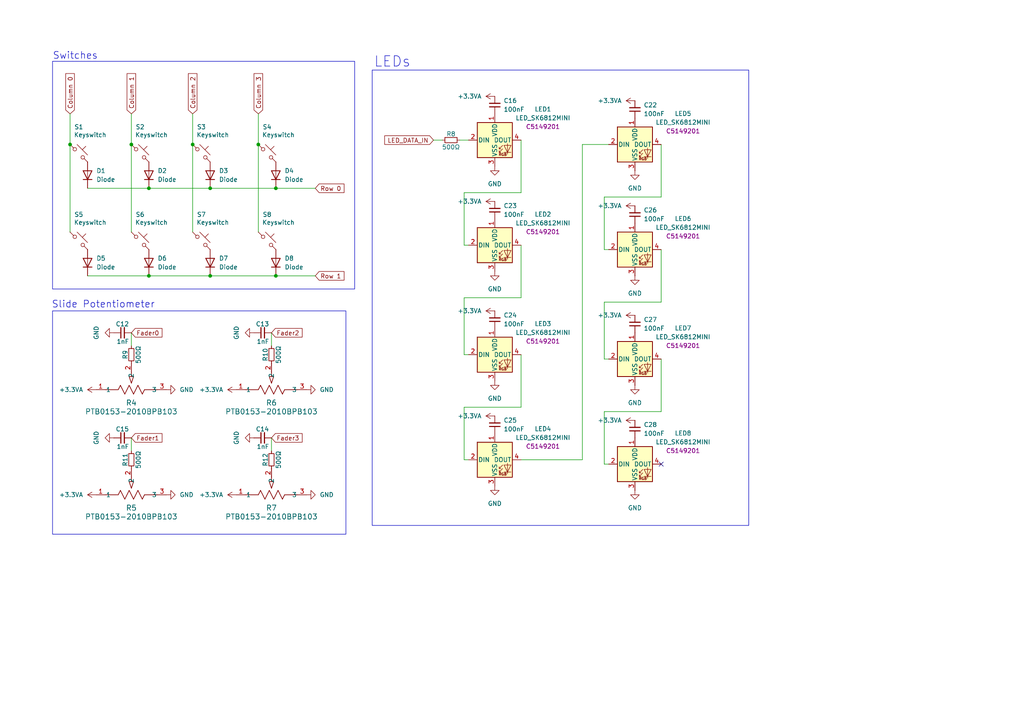
<source format=kicad_sch>
(kicad_sch (version 20250114) (generator "eeschema") (generator_version "9.0")
  (paper "A4")
  (lib_symbols
    (symbol "Device:C_Small" (pin_numbers (hide yes)) (pin_names (offset 0.254) (hide yes))
      (property "Reference" "C" (at 0.254 1.778 0))
      (property "Value" "C_Small" (at 0.254 -2.032 0))
      (symbol "C_Small_0_1"
        (polyline (pts (xy -1.524 0.508) (xy 1.524 0.508)) (stroke (width 0.3048)))
        (polyline (pts (xy -1.524 -0.508) (xy 1.524 -0.508)) (stroke (width 0.3302)))
      )
      (symbol "C_Small_1_1"
        (pin passive line (at 0 2.54 270) (length 2.032) (name "~") (number "1"))
        (pin passive line (at 0 -2.54 90) (length 2.032) (name "~") (number "2"))
      )
    )
    (symbol "Device:R_Small" (pin_numbers (hide yes)) (pin_names (offset 0.254) (hide yes))
      (property "Reference" "R" (at 0.762 0.508 0))
      (property "Value" "R_Small" (at 0.762 -1.016 0))
      (symbol "R_Small_0_1"
        (rectangle (start -0.762 1.778) (end 0.762 -1.778) (stroke (width 0.2032)))
      )
      (symbol "R_Small_1_1"
        (pin passive line (at 0 2.54 270) (length 0.762) (name "~") (number "1"))
        (pin passive line (at 0 -2.54 90) (length 0.762) (name "~") (number "2"))
      )
    )
    (symbol "Keyboard_stuff:LED_SK6812MINI" (pin_names (offset 0.254))
      (property "Reference" "D" (at 2.032 5.588 0))
      (property "Value" "LED_SK6812MINI" (at 1.27 -5.715 0))
      (property "LCSC" "C5149201" (at 0 0 0))
      (symbol "LED_SK6812MINI_0_0"
        (text "RGB" (at 2.286 -4.191 0) (effects (font (size 0.762 0.762))))
      )
      (symbol "LED_SK6812MINI_0_1"
        (rectangle (start -5.08 5.08) (end 5.08 -5.08) (stroke (width 0.254)) (fill (type background)))
        (polyline (pts (xy 1.27 -2.54) (xy 1.778 -2.54)))
        (polyline (pts (xy 1.27 -3.556) (xy 1.778 -3.556)))
        (polyline (pts (xy 2.286 -1.524) (xy 1.27 -2.54) (xy 1.27 -2.032)))
        (polyline (pts (xy 2.286 -2.54) (xy 1.27 -3.556) (xy 1.27 -3.048)))
        (polyline (pts (xy 3.683 -1.016) (xy 3.683 -3.556) (xy 3.683 -4.064)))
        (polyline (pts (xy 4.699 -1.524) (xy 2.667 -1.524) (xy 3.683 -3.556) (xy 4.699 -1.524)))
        (polyline (pts (xy 4.699 -3.556) (xy 2.667 -3.556)))
      )
      (symbol "LED_SK6812MINI_1_1"
        (pin input line (at -7.62 0 0) (length 2.54) (name "DIN") (number "2"))
        (pin power_in line (at 0 7.62 270) (length 2.54) (name "VDD") (number "1"))
        (pin power_in line (at 0 -7.62 90) (length 2.54) (name "VSS") (number "3"))
        (pin output line (at 7.62 0 180) (length 2.54) (name "DOUT") (number "4"))
      )
    )
    (symbol "ScottoKeebs:Placeholder_Diode" (pin_numbers (hide yes)) (pin_names (hide yes))
      (property "Reference" "D" (at 0 2.54 0))
      (property "Value" "Diode" (at 0 -2.54 0))
      (symbol "Placeholder_Diode_0_1"
        (polyline (pts (xy -1.27 1.27) (xy -1.27 -1.27)) (stroke (width 0.254)))
        (polyline (pts (xy 1.27 1.27) (xy 1.27 -1.27) (xy -1.27 0) (xy 1.27 1.27)) (stroke (width 0.254)))
        (polyline (pts (xy 1.27 0) (xy -1.27 0)))
      )
      (symbol "Placeholder_Diode_1_1"
        (pin passive line (at -3.81 0 0) (length 2.54) (name "K") (number "1"))
        (pin passive line (at 3.81 0 180) (length 2.54) (name "A") (number "2"))
      )
    )
    (symbol "ScottoKeebs:Placeholder_Keyswitch" (pin_numbers (hide yes)) (pin_names (offset 1.016) (hide yes))
      (property "Reference" "S" (at 3.048 1.016 0))
      (property "Value" "Keyswitch" (at 0 -3.81 0))
      (symbol "Placeholder_Keyswitch_0_1"
        (polyline (pts (xy -2.54 2.54) (xy -1.524 1.524) (xy -1.524 1.524)))
        (circle (center -1.1684 1.1684) (radius 0.508))
        (polyline (pts (xy -0.508 2.54) (xy 2.54 -0.508)))
        (polyline (pts (xy 1.016 1.016) (xy 2.032 2.032)))
        (circle (center 1.143 -1.1938) (radius 0.508))
        (polyline (pts (xy 1.524 -1.524) (xy 2.54 -2.54) (xy 2.54 -2.54) (xy 2.54 -2.54)))
        (pin passive line (at -2.54 2.54 0) (length 0) (name "1") (number "1"))
        (pin passive line (at 2.54 -2.54 180) (length 0) (name "2") (number "2"))
      )
    )
    (symbol "power:+3.3VA" (power) (pin_numbers (hide yes)) (pin_names (offset 0) (hide yes))
      (property "Value" "+3.3VA" (at 0 3.556 0))
      (symbol "+3.3VA_0_1"
        (polyline (pts (xy -0.762 1.27) (xy 0 2.54)))
        (polyline (pts (xy 0 2.54) (xy 0.762 1.27)))
        (polyline (pts (xy 0 0) (xy 0 2.54)))
      )
      (symbol "+3.3VA_1_1"
        (pin power_in line (at 0 0 90) (length 0) (name "~") (number "1"))
      )
    )
    (symbol "power:GND" (power) (pin_numbers (hide yes)) (pin_names (offset 0) (hide yes))
      (property "Value" "GND" (at 0 -3.81 0))
      (symbol "GND_0_1"
        (polyline (pts (xy 0 0) (xy 0 -1.27) (xy 1.27 -1.27) (xy 0 -2.54) (xy -1.27 -1.27) (xy 0 -1.27)))
      )
      (symbol "GND_1_1"
        (pin power_in line (at 0 0 270) (length 0) (name "~") (number "1"))
      )
    )
    (symbol "schieberegler-PTB0153-2010BPB103:PTB0153-2010BPB103" (pin_names (offset 0.254))
      (property "Reference" "R" (at 10.795 -3.175 0))
      (property "Value" "PTB0153-2010BPB103" (at 10.795 -6.35 0))
      (symbol "PTB0153-2010BPB103_1_1"
        (polyline (pts (xy 2.54 0) (xy 6.35 0)) (stroke (width 0.2032)))
        (polyline (pts (xy 6.35 0) (xy 6.985 1.27)) (stroke (width 0.2032)))
        (polyline (pts (xy 6.985 1.27) (xy 8.255 -1.27)) (stroke (width 0.2032)))
        (polyline (pts (xy 8.255 -1.27) (xy 9.525 1.27)) (stroke (width 0.2032)))
        (polyline (pts (xy 9.525 3.81) (xy 10.16 1.905)) (stroke (width 0.2032)))
        (polyline (pts (xy 9.525 3.81) (xy 10.795 3.81)) (stroke (width 0.2032)))
        (polyline (pts (xy 9.525 1.27) (xy 10.795 -1.27)) (stroke (width 0.2032)))
        (polyline (pts (xy 10.16 3.81) (xy 10.16 5.08)) (stroke (width 0.2032)))
        (polyline (pts (xy 10.795 3.81) (xy 10.16 1.905)) (stroke (width 0.2032)))
        (polyline (pts (xy 10.795 -1.27) (xy 12.065 1.27)) (stroke (width 0.2032)))
        (polyline (pts (xy 12.065 1.27) (xy 13.335 -1.27)) (stroke (width 0.2032)))
        (polyline (pts (xy 13.335 -1.27) (xy 13.97 0)) (stroke (width 0.2032)))
        (polyline (pts (xy 13.97 0) (xy 17.78 0)) (stroke (width 0.2032)))
        (pin unspecified line (at 0 0 0) (length 2.54) (name "1") (number "1"))
        (pin unspecified line (at 10.16 7.62 270) (length 2.54) (name "2") (number "2"))
        (pin unspecified line (at 20.32 0 180) (length 2.54) (name "3") (number "3"))
      )
      (symbol "PTB0153-2010BPB103_1_2"
        (polyline (pts (xy -3.81 -9.525) (xy -1.905 -10.16)) (stroke (width 0.2032)))
        (polyline (pts (xy -3.81 -10.16) (xy -5.08 -10.16)) (stroke (width 0.2032)))
        (polyline (pts (xy -3.81 -10.795) (xy -3.81 -9.525)) (stroke (width 0.2032)))
        (polyline (pts (xy -3.81 -10.795) (xy -1.905 -10.16)) (stroke (width 0.2032)))
        (polyline (pts (xy -1.27 -8.255) (xy 1.27 -6.985)) (stroke (width 0.2032)))
        (polyline (pts (xy -1.27 -10.795) (xy 1.27 -9.525)) (stroke (width 0.2032)))
        (polyline (pts (xy -1.27 -13.335) (xy 1.27 -12.065)) (stroke (width 0.2032)))
        (polyline (pts (xy 0 -6.35) (xy 0 -2.54)) (stroke (width 0.2032)))
        (polyline (pts (xy 0 -13.97) (xy -1.27 -13.335)) (stroke (width 0.2032)))
        (polyline (pts (xy 0 -17.78) (xy 0 -13.97)) (stroke (width 0.2032)))
        (polyline (pts (xy 1.27 -6.985) (xy 0 -6.35)) (stroke (width 0.2032)))
        (polyline (pts (xy 1.27 -9.525) (xy -1.27 -8.255)) (stroke (width 0.2032)))
        (polyline (pts (xy 1.27 -12.065) (xy -1.27 -10.795)) (stroke (width 0.2032)))
        (pin unspecified line (at -7.62 -10.16 0) (length 2.54) (name "2") (number "2"))
        (pin unspecified line (at 0 0 270) (length 2.54) (name "1") (number "1"))
        (pin unspecified line (at 0 -20.32 90) (length 2.54) (name "3") (number "3"))
      )
    )
  )
  (rectangle (start 107.95 20.32) (end 217.17 152.4))
  (rectangle (start 15.24 90.17) (end 100.33 154.94))
  (rectangle (start 15.24 17.78) (end 102.87 83.82))
  (text "Switches" (at 21.844 16.256 0) (effects (font (size 2 2))))
  (text "LEDs" (at 113.792 18.034 0) (effects (font (size 3 3))))
  (text "Slide Potentiometer" (at 29.972 88.392 0) (effects (font (size 2 2))))
  (junction (at 80.01 80.01))
  (junction (at 74.93 41.91))
  (junction (at 80.01 54.61))
  (junction (at 38.1 41.91))
  (junction (at 60.96 54.61))
  (junction (at 20.32 41.91))
  (junction (at 55.88 41.91))
  (junction (at 60.96 80.01))
  (junction (at 43.18 80.01))
  (junction (at 43.18 54.61))
  (no_connect (at 191.77 134.62))
  (wire (pts (xy 151.13 40.64) (xy 151.13 55.88)))
  (wire (pts (xy 78.74 96.52) (xy 78.74 100.33)))
  (wire (pts (xy 74.93 33.02) (xy 74.93 41.91)))
  (wire (pts (xy 191.77 119.38) (xy 175.26 119.38)))
  (wire (pts (xy 151.13 133.35) (xy 168.91 133.35)))
  (wire (pts (xy 151.13 71.12) (xy 151.13 86.36)))
  (wire (pts (xy 168.91 133.35) (xy 168.91 41.91)))
  (wire (pts (xy 25.4 54.61) (xy 43.18 54.61)))
  (wire (pts (xy 80.01 54.61) (xy 91.44 54.61)))
  (wire (pts (xy 134.62 71.12) (xy 135.89 71.12)))
  (wire (pts (xy 55.88 33.02) (xy 55.88 41.91)))
  (wire (pts (xy 134.62 102.87) (xy 135.89 102.87)))
  (wire (pts (xy 134.62 86.36) (xy 134.62 102.87)))
  (wire (pts (xy 175.26 57.15) (xy 175.26 72.39)))
  (wire (pts (xy 80.01 80.01) (xy 91.44 80.01)))
  (wire (pts (xy 175.26 72.39) (xy 176.53 72.39)))
  (wire (pts (xy 191.77 72.39) (xy 191.77 87.63)))
  (wire (pts (xy 38.1 41.91) (xy 38.1 67.31)))
  (wire (pts (xy 191.77 41.91) (xy 191.77 57.15)))
  (wire (pts (xy 151.13 102.87) (xy 151.13 118.11)))
  (wire (pts (xy 38.1 33.02) (xy 38.1 41.91)))
  (wire (pts (xy 134.62 133.35) (xy 135.89 133.35)))
  (wire (pts (xy 191.77 87.63) (xy 175.26 87.63)))
  (wire (pts (xy 78.74 127) (xy 78.74 130.81)))
  (wire (pts (xy 20.32 41.91) (xy 20.32 67.31)))
  (wire (pts (xy 55.88 41.91) (xy 55.88 67.31)))
  (wire (pts (xy 38.1 127) (xy 38.1 130.81)))
  (wire (pts (xy 175.26 104.14) (xy 176.53 104.14)))
  (wire (pts (xy 134.62 55.88) (xy 134.62 71.12)))
  (wire (pts (xy 151.13 86.36) (xy 134.62 86.36)))
  (wire (pts (xy 20.32 33.02) (xy 20.32 41.91)))
  (wire (pts (xy 60.96 54.61) (xy 80.01 54.61)))
  (wire (pts (xy 125.73 40.64) (xy 128.27 40.64)))
  (wire (pts (xy 38.1 96.52) (xy 38.1 100.33)))
  (wire (pts (xy 151.13 118.11) (xy 134.62 118.11)))
  (wire (pts (xy 134.62 118.11) (xy 134.62 133.35)))
  (wire (pts (xy 191.77 57.15) (xy 175.26 57.15)))
  (wire (pts (xy 133.35 40.64) (xy 135.89 40.64)))
  (wire (pts (xy 191.77 104.14) (xy 191.77 119.38)))
  (wire (pts (xy 168.91 41.91) (xy 176.53 41.91)))
  (wire (pts (xy 74.93 41.91) (xy 74.93 67.31)))
  (wire (pts (xy 175.26 87.63) (xy 175.26 104.14)))
  (wire (pts (xy 43.18 54.61) (xy 60.96 54.61)))
  (wire (pts (xy 43.18 80.01) (xy 60.96 80.01)))
  (wire (pts (xy 25.4 80.01) (xy 43.18 80.01)))
  (wire (pts (xy 60.96 80.01) (xy 80.01 80.01)))
  (wire (pts (xy 175.26 119.38) (xy 175.26 134.62)))
  (wire (pts (xy 151.13 55.88) (xy 134.62 55.88)))
  (wire (pts (xy 175.26 134.62) (xy 176.53 134.62)))
  (global_label "Fader2" (shape input) (at 78.74 96.52 0) (property "Intersheetrefs" "${INTERSHEET_REFS}" (effects (hide yes))))
  (global_label "Column 0" (shape input) (at 20.32 33.02 90) (property "Intersheetrefs" "${INTERSHEET_REFS}" (effects (hide yes))))
  (global_label "Fader1" (shape input) (at 38.1 127 0) (property "Intersheetrefs" "${INTERSHEET_REFS}" (effects (hide yes))))
  (global_label "Column 2" (shape input) (at 55.88 33.02 90) (property "Intersheetrefs" "${INTERSHEET_REFS}" (effects (hide yes))))
  (global_label "Row 1" (shape input) (at 91.44 80.01 0) (property "Intersheetrefs" "${INTERSHEET_REFS}" (effects (hide yes))))
  (global_label "Row 0" (shape input) (at 91.44 54.61 0) (property "Intersheetrefs" "${INTERSHEET_REFS}" (effects (hide yes))))
  (global_label "Column 1" (shape input) (at 38.1 33.02 90) (property "Intersheetrefs" "${INTERSHEET_REFS}" (effects (hide yes))))
  (global_label "Fader3" (shape input) (at 78.74 127 0) (property "Intersheetrefs" "${INTERSHEET_REFS}" (effects (hide yes))))
  (global_label "Column 3" (shape input) (at 74.93 33.02 90) (property "Intersheetrefs" "${INTERSHEET_REFS}" (effects (hide yes))))
  (global_label "LED_DATA_IN" (shape input) (at 125.73 40.64 180) (property "Intersheetrefs" "${INTERSHEET_REFS}" (effects (hide yes))))
  (global_label "Fader0" (shape input) (at 38.1 96.52 0) (property "Intersheetrefs" "${INTERSHEET_REFS}" (effects (hide yes))))
  (symbol (lib_id "power:GND") (at 143.51 110.49 0) (unit 1)
    (property "Reference" "#PWR061" (effects (hide yes)))
    (property "Value" "GND" (at 143.51 115.57 0))
    (property "Description" "Power symbol creates a global label with name \"GND\" , ground" (effects (hide yes)))
  )
  (symbol (lib_id "Device:C_Small") (at 184.15 62.23 180) (unit 1)
    (property "Reference" "C26" (at 186.69 60.9535 0) (effects (justify right)))
    (property "Value" "100nF" (at 186.69 63.4935 0) (effects (justify right)))
    (property "Footprint" "Capacitor_SMD:C_0402_1005Metric_Pad0.74x0.62mm_HandSolder" (effects (hide yes)))
    (property "Description" "Unpolarized capacitor, small symbol" (effects (hide yes)))
    (property "LCSC" "C307331" (effects (hide yes)))
    (property "MPN" "CL05B104KB54PNC" (effects (hide yes)))
  )
  (symbol (lib_id "Device:C_Small") (at 184.15 93.98 180) (unit 1)
    (property "Reference" "C27" (at 186.69 92.7035 0) (effects (justify right)))
    (property "Value" "100nF" (at 186.69 95.2435 0) (effects (justify right)))
    (property "Footprint" "Capacitor_SMD:C_0402_1005Metric_Pad0.74x0.62mm_HandSolder" (effects (hide yes)))
    (property "Description" "Unpolarized capacitor, small symbol" (effects (hide yes)))
    (property "LCSC" "C307331" (effects (hide yes)))
    (property "MPN" "CL05B104KB54PNC" (effects (hide yes)))
  )
  (symbol (lib_id "ScottoKeebs:Placeholder_Diode") (at 25.4 76.2 90) (unit 1)
    (property "Reference" "D5" (at 27.94 74.9299 90) (effects (justify right)))
    (property "Value" "Diode" (at 27.94 77.4699 90) (effects (justify right)))
    (property "Footprint" "diode-default-kiloan-keyboards:SOD-123_ONS" (effects (hide yes)))
    (property "Datasheet" "https://www.lcsc.com/datasheet/lcsc_datasheet_2410010301_onsemi-MMSD4148T1G_C11177.pdf" (effects (hide yes)))
    (property "Description" "1N4148W (SOD-123_ONS)" (effects (hide yes)))
    (property "LCSC" "C11177" (effects (hide yes)))
    (property "Sim.Device" "D" (effects (hide yes)))
    (property "Sim.Pins" "1=K 2=A" (effects (hide yes)))
  )
  (symbol (lib_id "power:GND") (at 88.9 113.03 90) (unit 1)
    (property "Reference" "#PWR039" (effects (hide yes)))
    (property "Value" "GND" (at 92.71 113.0299 90) (effects (justify right)))
    (property "Description" "Power symbol creates a global label with name \"GND\" , ground" (effects (hide yes)))
  )
  (symbol (lib_id "power:GND") (at 143.51 140.97 0) (unit 1)
    (property "Reference" "#PWR063" (effects (hide yes)))
    (property "Value" "GND" (at 143.51 146.05 0))
    (property "Description" "Power symbol creates a global label with name \"GND\" , ground" (effects (hide yes)))
  )
  (symbol (lib_id "power:+3.3VA") (at 184.15 121.92 90) (unit 1)
    (property "Reference" "#PWR049" (effects (hide yes)))
    (property "Value" "+3.3VA" (at 180.34 121.9199 90) (effects (justify left)))
    (property "Description" "Power symbol creates a global label with name \"+3.3VA\"" (effects (hide yes)))
  )
  (symbol (lib_id "Keyboard_stuff:LED_SK6812MINI") (at 184.15 134.62 0) (unit 1)
    (property "Reference" "LED8" (at 198.12 125.6598 0))
    (property "Value" "LED_SK6812MINI" (at 198.12 128.1998 0))
    (property "Footprint" "ScottoKeebs_Components:LED_SK6812MINI" (effects (hide yes)))
    (property "Datasheet" "https://www.lcsc.com/datasheet/C5149201.pdf" (effects (hide yes)))
    (property "Description" "RGB LED with integrated controller" (effects (hide yes)))
    (property "LCSC" "C5149201" (at 198.12 130.7398 0))
  )
  (symbol (lib_id "Device:R_Small") (at 130.81 40.64 270) (unit 1)
    (property "Reference" "R8" (at 130.81 38.862 90))
    (property "Value" "500Ω" (at 130.81 42.672 90))
    (property "Footprint" "Resistor_SMD:R_0805_2012Metric_Pad1.20x1.40mm_HandSolder" (effects (hide yes)))
    (property "Datasheet" "https://www.lcsc.com/datasheet/C2828857.pdf" (effects (hide yes)))
    (property "Description" "125mW 500Ω 150V ±25ppm/℃ Thin Film Resistor ±1% 0805 Chip Resistor - Surface Mount RoHS" (effects (hide yes)))
    (property "LCSC" "C2828857" (effects (hide yes)))
  )
  (symbol (lib_id "power:GND") (at 143.51 78.74 0) (unit 1)
    (property "Reference" "#PWR059" (effects (hide yes)))
    (property "Value" "GND" (at 143.51 83.82 0))
    (property "Description" "Power symbol creates a global label with name \"GND\" , ground" (effects (hide yes)))
  )
  (symbol (lib_id "ScottoKeebs:Placeholder_Diode") (at 80.01 76.2 90) (unit 1)
    (property "Reference" "D8" (at 82.55 74.9299 90) (effects (justify right)))
    (property "Value" "Diode" (at 82.55 77.4699 90) (effects (justify right)))
    (property "Footprint" "diode-default-kiloan-keyboards:SOD-123_ONS" (effects (hide yes)))
    (property "Datasheet" "https://www.lcsc.com/datasheet/lcsc_datasheet_2410010301_onsemi-MMSD4148T1G_C11177.pdf" (effects (hide yes)))
    (property "Description" "1N4148W (SOD-123_ONS)" (effects (hide yes)))
    (property "LCSC" "C11177" (effects (hide yes)))
    (property "Sim.Device" "D" (effects (hide yes)))
    (property "Sim.Pins" "1=K 2=A" (effects (hide yes)))
  )
  (symbol (lib_id "ScottoKeebs:Placeholder_Diode") (at 25.4 50.8 90) (unit 1)
    (property "Reference" "D1" (at 27.94 49.5299 90) (effects (justify right)))
    (property "Value" "Diode" (at 27.94 52.0699 90) (effects (justify right)))
    (property "Footprint" "diode-default-kiloan-keyboards:SOD-123_ONS" (effects (hide yes)))
    (property "Datasheet" "https://www.lcsc.com/datasheet/lcsc_datasheet_2410010301_onsemi-MMSD4148T1G_C11177.pdf" (effects (hide yes)))
    (property "Description" "1N4148W (SOD-123_ONS)" (effects (hide yes)))
    (property "LCSC" "C11177" (effects (hide yes)))
    (property "Sim.Device" "D" (effects (hide yes)))
    (property "Sim.Pins" "1=K 2=A" (effects (hide yes)))
  )
  (symbol (lib_id "power:GND") (at 33.02 127 270) (unit 1)
    (property "Reference" "#PWR045" (effects (hide yes)))
    (property "Value" "GND" (at 27.94 127 0))
    (property "Description" "Power symbol creates a global label with name \"GND\" , ground" (effects (hide yes)))
  )
  (symbol (lib_id "ScottoKeebs:Placeholder_Diode") (at 43.18 50.8 90) (unit 1)
    (property "Reference" "D2" (at 45.72 49.5299 90) (effects (justify right)))
    (property "Value" "Diode" (at 45.72 52.0699 90) (effects (justify right)))
    (property "Footprint" "diode-default-kiloan-keyboards:SOD-123_ONS" (effects (hide yes)))
    (property "Datasheet" "https://www.lcsc.com/datasheet/lcsc_datasheet_2410010301_onsemi-MMSD4148T1G_C11177.pdf" (effects (hide yes)))
    (property "Description" "1N4148W (SOD-123_ONS)" (effects (hide yes)))
    (property "LCSC" "C11177" (effects (hide yes)))
    (property "Sim.Device" "D" (effects (hide yes)))
    (property "Sim.Pins" "1=K 2=A" (effects (hide yes)))
  )
  (symbol (lib_id "Device:C_Small") (at 76.2 127 90) (unit 1)
    (property "Reference" "C14" (at 74.168 124.46 90) (effects (justify right)))
    (property "Value" "1nF" (at 74.422 129.54 90) (effects (justify right)))
    (property "Footprint" "Capacitor_SMD:C_0805_2012Metric_Pad1.18x1.45mm_HandSolder" (effects (hide yes)))
    (property "Description" "Unpolarized capacitor, small symbol" (effects (hide yes)))
    (property "LCSC" "C94121" (effects (hide yes)))
  )
  (symbol (lib_id "ScottoKeebs:Placeholder_Keyswitch") (at 22.86 44.45 0) (unit 1)
    (property "Reference" "S1" (at 22.86 36.83 0))
    (property "Value" "Keyswitch" (at 26.162 39.116 0))
    (property "Footprint" "ScottoKeebs_MX:MX_PCB_1.00u" (effects (hide yes)))
    (property "Description" "Push button switch, normally open, two pins, 45° tilted" (effects (hide yes)))
  )
  (symbol (lib_id "ScottoKeebs:Placeholder_Diode") (at 43.18 76.2 90) (unit 1)
    (property "Reference" "D6" (at 45.72 74.9299 90) (effects (justify right)))
    (property "Value" "Diode" (at 45.72 77.4699 90) (effects (justify right)))
    (property "Footprint" "diode-default-kiloan-keyboards:SOD-123_ONS" (effects (hide yes)))
    (property "Datasheet" "https://www.lcsc.com/datasheet/lcsc_datasheet_2410010301_onsemi-MMSD4148T1G_C11177.pdf" (effects (hide yes)))
    (property "Description" "1N4148W (SOD-123_ONS)" (effects (hide yes)))
    (property "LCSC" "C11177" (effects (hide yes)))
    (property "Sim.Device" "D" (effects (hide yes)))
    (property "Sim.Pins" "1=K 2=A" (effects (hide yes)))
  )
  (symbol (lib_id "power:+3.3VA") (at 143.51 58.42 90) (unit 1)
    (property "Reference" "#PWR056" (effects (hide yes)))
    (property "Value" "+3.3VA" (at 139.7 58.4199 90) (effects (justify left)))
    (property "Description" "Power symbol creates a global label with name \"+3.3VA\"" (effects (hide yes)))
  )
  (symbol (lib_id "power:+3.3VA") (at 27.94 143.51 90) (unit 1)
    (property "Reference" "#PWR040" (effects (hide yes)))
    (property "Value" "+3.3VA" (at 24.13 143.5099 90) (effects (justify left)))
    (property "Description" "Power symbol creates a global label with name \"+3.3VA\"" (effects (hide yes)))
  )
  (symbol (lib_id "ScottoKeebs:Placeholder_Diode") (at 80.01 50.8 90) (unit 1)
    (property "Reference" "D4" (at 82.55 49.5299 90) (effects (justify right)))
    (property "Value" "Diode" (at 82.55 52.0699 90) (effects (justify right)))
    (property "Footprint" "diode-default-kiloan-keyboards:SOD-123_ONS" (effects (hide yes)))
    (property "Datasheet" "https://www.lcsc.com/datasheet/lcsc_datasheet_2410010301_onsemi-MMSD4148T1G_C11177.pdf" (effects (hide yes)))
    (property "Description" "1N4148W (SOD-123_ONS)" (effects (hide yes)))
    (property "LCSC" "C11177" (effects (hide yes)))
    (property "Sim.Device" "D" (effects (hide yes)))
    (property "Sim.Pins" "1=K 2=A" (effects (hide yes)))
  )
  (symbol (lib_id "Device:R_Small") (at 78.74 133.35 0) (unit 1)
    (property "Reference" "R12" (at 76.962 133.35 90))
    (property "Value" "500Ω" (at 80.772 133.35 90))
    (property "Footprint" "Resistor_SMD:R_0805_2012Metric_Pad1.20x1.40mm_HandSolder" (effects (hide yes)))
    (property "Datasheet" "https://www.lcsc.com/datasheet/C2828857.pdf" (effects (hide yes)))
    (property "Description" "125mW 500Ω 150V ±25ppm/℃ Thin Film Resistor ±1% 0805 Chip Resistor - Surface Mount RoHS" (effects (hide yes)))
    (property "LCSC" "C2828857" (effects (hide yes)))
  )
  (symbol (lib_id "Keyboard_stuff:LED_SK6812MINI") (at 184.15 41.91 0) (unit 1)
    (property "Reference" "LED5" (at 198.12 32.9498 0))
    (property "Value" "LED_SK6812MINI" (at 198.12 35.4898 0))
    (property "Footprint" "ScottoKeebs_Components:LED_SK6812MINI" (effects (hide yes)))
    (property "Datasheet" "https://www.lcsc.com/datasheet/C5149201.pdf" (effects (hide yes)))
    (property "Description" "RGB LED with integrated controller" (effects (hide yes)))
    (property "LCSC" "C5149201" (at 198.12 38.0298 0))
  )
  (symbol (lib_id "Keyboard_stuff:LED_SK6812MINI") (at 143.51 40.64 0) (unit 1)
    (property "Reference" "LED1" (at 157.48 31.6798 0))
    (property "Value" "LED_SK6812MINI" (at 157.48 34.2198 0))
    (property "Footprint" "ScottoKeebs_Components:LED_SK6812MINI" (effects (hide yes)))
    (property "Datasheet" "https://www.lcsc.com/datasheet/C5149201.pdf" (effects (hide yes)))
    (property "Description" "RGB LED with integrated controller" (effects (hide yes)))
    (property "LCSC" "C5149201" (at 157.48 36.7598 0))
  )
  (symbol (lib_id "power:GND") (at 33.02 96.52 270) (unit 1)
    (property "Reference" "#PWR042" (effects (hide yes)))
    (property "Value" "GND" (at 27.94 96.52 0))
    (property "Description" "Power symbol creates a global label with name \"GND\" , ground" (effects (hide yes)))
  )
  (symbol (lib_id "power:+3.3VA") (at 184.15 59.69 90) (unit 1)
    (property "Reference" "#PWR058" (effects (hide yes)))
    (property "Value" "+3.3VA" (at 180.34 59.6899 90) (effects (justify left)))
    (property "Description" "Power symbol creates a global label with name \"+3.3VA\"" (effects (hide yes)))
  )
  (symbol (lib_id "schieberegler-PTB0153-2010BPB103:PTB0153-2010BPB103") (at 27.94 113.03 0) (unit 1)
    (property "Reference" "R4" (at 38.1 116.84 0) (effects (font (size 1.524 1.524))))
    (property "Value" "PTB0153-2010BPB103" (at 38.1 119.38 0) (effects (font (size 1.524 1.524))))
    (property "Footprint" "schieberegler-PTB0153-2010BPB103:schieberegler-PTB0153-2010BPB103" (effects (hide yes)))
    (property "Datasheet" "https://www.bourns.com/docs/Product-Datasheets/PTB.pdf" (effects (hide yes)))
    (property "Description" "SLIDE POT 10K OHM 0.5W TOP 100MM" (effects (hide yes)))
    (property "LCSC" "C17427549" (effects (hide yes)))
  )
  (symbol (lib_id "ScottoKeebs:Placeholder_Diode") (at 60.96 76.2 90) (unit 1)
    (property "Reference" "D7" (at 63.5 74.9299 90) (effects (justify right)))
    (property "Value" "Diode" (at 63.5 77.4699 90) (effects (justify right)))
    (property "Footprint" "diode-default-kiloan-keyboards:SOD-123_ONS" (effects (hide yes)))
    (property "Datasheet" "https://www.lcsc.com/datasheet/lcsc_datasheet_2410010301_onsemi-MMSD4148T1G_C11177.pdf" (effects (hide yes)))
    (property "Description" "1N4148W (SOD-123_ONS)" (effects (hide yes)))
    (property "LCSC" "C11177" (effects (hide yes)))
    (property "Sim.Device" "D" (effects (hide yes)))
    (property "Sim.Pins" "1=K 2=A" (effects (hide yes)))
  )
  (symbol (lib_id "ScottoKeebs:Placeholder_Keyswitch") (at 77.47 44.45 0) (unit 1)
    (property "Reference" "S4" (at 77.47 36.83 0))
    (property "Value" "Keyswitch" (at 80.772 39.116 0))
    (property "Footprint" "ScottoKeebs_MX:MX_PCB_1.00u" (effects (hide yes)))
    (property "Description" "Push button switch, normally open, two pins, 45° tilted" (effects (hide yes)))
  )
  (symbol (lib_id "Keyboard_stuff:LED_SK6812MINI") (at 143.51 102.87 0) (unit 1)
    (property "Reference" "LED3" (at 157.48 93.9098 0))
    (property "Value" "LED_SK6812MINI" (at 157.48 96.4498 0))
    (property "Footprint" "ScottoKeebs_Components:LED_SK6812MINI" (effects (hide yes)))
    (property "Datasheet" "https://www.lcsc.com/datasheet/C5149201.pdf" (effects (hide yes)))
    (property "Description" "RGB LED with integrated controller" (effects (hide yes)))
    (property "LCSC" "C5149201" (at 157.48 98.9898 0))
  )
  (symbol (lib_id "ScottoKeebs:Placeholder_Keyswitch") (at 22.86 69.85 0) (unit 1)
    (property "Reference" "S5" (at 22.86 62.23 0))
    (property "Value" "Keyswitch" (at 26.162 64.516 0))
    (property "Footprint" "ScottoKeebs_MX:MX_PCB_1.00u" (effects (hide yes)))
    (property "Description" "Push button switch, normally open, two pins, 45° tilted" (effects (hide yes)))
  )
  (symbol (lib_id "Device:C_Small") (at 143.51 30.48 180) (unit 1)
    (property "Reference" "C16" (at 146.05 29.2035 0) (effects (justify right)))
    (property "Value" "100nF" (at 146.05 31.7435 0) (effects (justify right)))
    (property "Footprint" "Capacitor_SMD:C_0402_1005Metric_Pad0.74x0.62mm_HandSolder" (effects (hide yes)))
    (property "Description" "Unpolarized capacitor, small symbol" (effects (hide yes)))
    (property "LCSC" "C307331" (effects (hide yes)))
    (property "MPN" "CL05B104KB54PNC" (effects (hide yes)))
  )
  (symbol (lib_id "power:GND") (at 184.15 142.24 0) (unit 1)
    (property "Reference" "#PWR071" (effects (hide yes)))
    (property "Value" "GND" (at 184.15 147.32 0))
    (property "Description" "Power symbol creates a global label with name \"GND\" , ground" (effects (hide yes)))
  )
  (symbol (lib_id "Device:C_Small") (at 35.56 96.52 90) (unit 1)
    (property "Reference" "C12" (at 33.528 93.98 90) (effects (justify right)))
    (property "Value" "1nF" (at 33.782 99.06 90) (effects (justify right)))
    (property "Footprint" "Capacitor_SMD:C_0805_2012Metric_Pad1.18x1.45mm_HandSolder" (effects (hide yes)))
    (property "Description" "Unpolarized capacitor, small symbol" (effects (hide yes)))
    (property "LCSC" "C94121" (effects (hide yes)))
  )
  (symbol (lib_id "Device:R_Small") (at 38.1 102.87 0) (unit 1)
    (property "Reference" "R9" (at 36.322 102.87 90))
    (property "Value" "500Ω" (at 40.132 102.87 90))
    (property "Footprint" "Resistor_SMD:R_0805_2012Metric_Pad1.20x1.40mm_HandSolder" (effects (hide yes)))
    (property "Datasheet" "https://www.lcsc.com/datasheet/C2828857.pdf" (effects (hide yes)))
    (property "Description" "125mW 500Ω 150V ±25ppm/℃ Thin Film Resistor ±1% 0805 Chip Resistor - Surface Mount RoHS" (effects (hide yes)))
    (property "LCSC" "C2828857" (effects (hide yes)))
  )
  (symbol (lib_id "power:GND") (at 184.15 80.01 0) (unit 1)
    (property "Reference" "#PWR067" (effects (hide yes)))
    (property "Value" "GND" (at 184.15 85.09 0))
    (property "Description" "Power symbol creates a global label with name \"GND\" , ground" (effects (hide yes)))
  )
  (symbol (lib_id "Device:C_Small") (at 76.2 96.52 90) (unit 1)
    (property "Reference" "C13" (at 74.168 93.98 90) (effects (justify right)))
    (property "Value" "1nF" (at 74.422 99.06 90) (effects (justify right)))
    (property "Footprint" "Capacitor_SMD:C_0805_2012Metric_Pad1.18x1.45mm_HandSolder" (effects (hide yes)))
    (property "Description" "Unpolarized capacitor, small symbol" (effects (hide yes)))
    (property "LCSC" "C94121" (effects (hide yes)))
  )
  (symbol (lib_id "ScottoKeebs:Placeholder_Keyswitch") (at 58.42 44.45 0) (unit 1)
    (property "Reference" "S3" (at 58.42 36.83 0))
    (property "Value" "Keyswitch" (at 61.722 39.116 0))
    (property "Footprint" "ScottoKeebs_MX:MX_PCB_1.00u" (effects (hide yes)))
    (property "Description" "Push button switch, normally open, two pins, 45° tilted" (effects (hide yes)))
  )
  (symbol (lib_id "Device:C_Small") (at 184.15 31.75 180) (unit 1)
    (property "Reference" "C22" (at 186.69 30.4735 0) (effects (justify right)))
    (property "Value" "100nF" (at 186.69 33.0135 0) (effects (justify right)))
    (property "Footprint" "Capacitor_SMD:C_0402_1005Metric_Pad0.74x0.62mm_HandSolder" (effects (hide yes)))
    (property "Description" "Unpolarized capacitor, small symbol" (effects (hide yes)))
    (property "LCSC" "C307331" (effects (hide yes)))
    (property "MPN" "CL05B104KB54PNC" (effects (hide yes)))
  )
  (symbol (lib_id "Device:C_Small") (at 143.51 92.71 180) (unit 1)
    (property "Reference" "C24" (at 146.05 91.4335 0) (effects (justify right)))
    (property "Value" "100nF" (at 146.05 93.9735 0) (effects (justify right)))
    (property "Footprint" "Capacitor_SMD:C_0402_1005Metric_Pad0.74x0.62mm_HandSolder" (effects (hide yes)))
    (property "Description" "Unpolarized capacitor, small symbol" (effects (hide yes)))
    (property "LCSC" "C307331" (effects (hide yes)))
    (property "MPN" "CL05B104KB54PNC" (effects (hide yes)))
  )
  (symbol (lib_id "Device:C_Small") (at 35.56 127 90) (unit 1)
    (property "Reference" "C15" (at 33.528 124.46 90) (effects (justify right)))
    (property "Value" "1nF" (at 33.782 129.54 90) (effects (justify right)))
    (property "Footprint" "Capacitor_SMD:C_0805_2012Metric_Pad1.18x1.45mm_HandSolder" (effects (hide yes)))
    (property "Description" "Unpolarized capacitor, small symbol" (effects (hide yes)))
    (property "LCSC" "C94121" (effects (hide yes)))
  )
  (symbol (lib_id "ScottoKeebs:Placeholder_Keyswitch") (at 40.64 69.85 0) (unit 1)
    (property "Reference" "S6" (at 40.64 62.23 0))
    (property "Value" "Keyswitch" (at 43.942 64.516 0))
    (property "Footprint" "ScottoKeebs_MX:MX_PCB_1.00u" (effects (hide yes)))
    (property "Description" "Push button switch, normally open, two pins, 45° tilted" (effects (hide yes)))
  )
  (symbol (lib_id "Device:R_Small") (at 38.1 133.35 0) (unit 1)
    (property "Reference" "R11" (at 36.322 133.35 90))
    (property "Value" "500Ω" (at 40.132 133.35 90))
    (property "Footprint" "Resistor_SMD:R_0805_2012Metric_Pad1.20x1.40mm_HandSolder" (effects (hide yes)))
    (property "Datasheet" "https://www.lcsc.com/datasheet/C2828857.pdf" (effects (hide yes)))
    (property "Description" "125mW 500Ω 150V ±25ppm/℃ Thin Film Resistor ±1% 0805 Chip Resistor - Surface Mount RoHS" (effects (hide yes)))
    (property "LCSC" "C2828857" (effects (hide yes)))
  )
  (symbol (lib_id "power:+3.3VA") (at 68.58 143.51 90) (unit 1)
    (property "Reference" "#PWR038" (effects (hide yes)))
    (property "Value" "+3.3VA" (at 64.77 143.5099 90) (effects (justify left)))
    (property "Description" "Power symbol creates a global label with name \"+3.3VA\"" (effects (hide yes)))
  )
  (symbol (lib_id "schieberegler-PTB0153-2010BPB103:PTB0153-2010BPB103") (at 27.94 143.51 0) (unit 1)
    (property "Reference" "R5" (at 38.1 147.32 0) (effects (font (size 1.524 1.524))))
    (property "Value" "PTB0153-2010BPB103" (at 38.1 149.86 0) (effects (font (size 1.524 1.524))))
    (property "Footprint" "schieberegler-PTB0153-2010BPB103:schieberegler-PTB0153-2010BPB103" (effects (hide yes)))
    (property "Datasheet" "https://www.bourns.com/docs/Product-Datasheets/PTB.pdf" (effects (hide yes)))
    (property "Description" "SLIDE POT 10K OHM 0.5W TOP 100MM" (effects (hide yes)))
    (property "LCSC" "C17427549" (effects (hide yes)))
  )
  (symbol (lib_id "power:GND") (at 143.51 48.26 0) (unit 1)
    (property "Reference" "#PWR057" (effects (hide yes)))
    (property "Value" "GND" (at 143.51 53.34 0))
    (property "Description" "Power symbol creates a global label with name \"GND\" , ground" (effects (hide yes)))
  )
  (symbol (lib_id "power:+3.3VA") (at 27.94 113.03 90) (unit 1)
    (property "Reference" "#PWR029" (effects (hide yes)))
    (property "Value" "+3.3VA" (at 24.13 113.0299 90) (effects (justify left)))
    (property "Description" "Power symbol creates a global label with name \"+3.3VA\"" (effects (hide yes)))
  )
  (symbol (lib_id "power:GND") (at 184.15 49.53 0) (unit 1)
    (property "Reference" "#PWR065" (effects (hide yes)))
    (property "Value" "GND" (at 184.15 54.61 0))
    (property "Description" "Power symbol creates a global label with name \"GND\" , ground" (effects (hide yes)))
  )
  (symbol (lib_id "ScottoKeebs:Placeholder_Keyswitch") (at 77.47 69.85 0) (unit 1)
    (property "Reference" "S8" (at 77.47 62.23 0))
    (property "Value" "Keyswitch" (at 80.772 64.516 0))
    (property "Footprint" "ScottoKeebs_MX:MX_PCB_1.00u" (effects (hide yes)))
    (property "Description" "Push button switch, normally open, two pins, 45° tilted" (effects (hide yes)))
  )
  (symbol (lib_id "ScottoKeebs:Placeholder_Keyswitch") (at 58.42 69.85 0) (unit 1)
    (property "Reference" "S7" (at 58.42 62.23 0))
    (property "Value" "Keyswitch" (at 61.722 64.516 0))
    (property "Footprint" "ScottoKeebs_MX:MX_PCB_1.00u" (effects (hide yes)))
    (property "Description" "Push button switch, normally open, two pins, 45° tilted" (effects (hide yes)))
  )
  (symbol (lib_id "ScottoKeebs:Placeholder_Keyswitch") (at 40.64 44.45 0) (unit 1)
    (property "Reference" "S2" (at 40.64 36.83 0))
    (property "Value" "Keyswitch" (at 43.942 39.116 0))
    (property "Footprint" "ScottoKeebs_MX:MX_PCB_1.00u" (effects (hide yes)))
    (property "Description" "Push button switch, normally open, two pins, 45° tilted" (effects (hide yes)))
  )
  (symbol (lib_id "power:GND") (at 48.26 143.51 90) (unit 1)
    (property "Reference" "#PWR037" (effects (hide yes)))
    (property "Value" "GND" (at 52.07 143.5099 90) (effects (justify right)))
    (property "Description" "Power symbol creates a global label with name \"GND\" , ground" (effects (hide yes)))
  )
  (symbol (lib_id "schieberegler-PTB0153-2010BPB103:PTB0153-2010BPB103") (at 68.58 143.51 0) (unit 1)
    (property "Reference" "R7" (at 78.74 147.32 0) (effects (font (size 1.524 1.524))))
    (property "Value" "PTB0153-2010BPB103" (at 78.74 149.86 0) (effects (font (size 1.524 1.524))))
    (property "Footprint" "schieberegler-PTB0153-2010BPB103:schieberegler-PTB0153-2010BPB103" (effects (hide yes)))
    (property "Datasheet" "https://www.bourns.com/docs/Product-Datasheets/PTB.pdf" (effects (hide yes)))
    (property "Description" "SLIDE POT 10K OHM 0.5W TOP 100MM" (effects (hide yes)))
    (property "LCSC" "C17427549" (effects (hide yes)))
  )
  (symbol (lib_id "Keyboard_stuff:LED_SK6812MINI") (at 143.51 133.35 0) (unit 1)
    (property "Reference" "LED4" (at 157.48 124.3898 0))
    (property "Value" "LED_SK6812MINI" (at 157.48 126.9298 0))
    (property "Footprint" "ScottoKeebs_Components:LED_SK6812MINI" (effects (hide yes)))
    (property "Datasheet" "https://www.lcsc.com/datasheet/C5149201.pdf" (effects (hide yes)))
    (property "Description" "RGB LED with integrated controller" (effects (hide yes)))
    (property "LCSC" "C5149201" (at 157.48 129.4698 0))
  )
  (symbol (lib_id "ScottoKeebs:Placeholder_Diode") (at 60.96 50.8 90) (unit 1)
    (property "Reference" "D3" (at 63.5 49.5299 90) (effects (justify right)))
    (property "Value" "Diode" (at 63.5 52.0699 90) (effects (justify right)))
    (property "Footprint" "diode-default-kiloan-keyboards:SOD-123_ONS" (effects (hide yes)))
    (property "Datasheet" "https://www.lcsc.com/datasheet/lcsc_datasheet_2410010301_onsemi-MMSD4148T1G_C11177.pdf" (effects (hide yes)))
    (property "Description" "1N4148W (SOD-123_ONS)" (effects (hide yes)))
    (property "LCSC" "C11177" (effects (hide yes)))
    (property "Sim.Device" "D" (effects (hide yes)))
    (property "Sim.Pins" "1=K 2=A" (effects (hide yes)))
  )
  (symbol (lib_id "power:GND") (at 88.9 143.51 90) (unit 1)
    (property "Reference" "#PWR041" (effects (hide yes)))
    (property "Value" "GND" (at 92.71 143.5099 90) (effects (justify right)))
    (property "Description" "Power symbol creates a global label with name \"GND\" , ground" (effects (hide yes)))
  )
  (symbol (lib_id "Keyboard_stuff:LED_SK6812MINI") (at 184.15 104.14 0) (unit 1)
    (property "Reference" "LED7" (at 198.12 95.1798 0))
    (property "Value" "LED_SK6812MINI" (at 198.12 97.7198 0))
    (property "Footprint" "ScottoKeebs_Components:LED_SK6812MINI" (effects (hide yes)))
    (property "Datasheet" "https://www.lcsc.com/datasheet/C5149201.pdf" (effects (hide yes)))
    (property "Description" "RGB LED with integrated controller" (effects (hide yes)))
    (property "LCSC" "C5149201" (at 198.12 100.2598 0))
  )
  (symbol (lib_id "power:GND") (at 184.15 111.76 0) (unit 1)
    (property "Reference" "#PWR069" (effects (hide yes)))
    (property "Value" "GND" (at 184.15 116.84 0))
    (property "Description" "Power symbol creates a global label with name \"GND\" , ground" (effects (hide yes)))
  )
  (symbol (lib_id "Device:C_Small") (at 143.51 123.19 180) (unit 1)
    (property "Reference" "C25" (at 146.05 121.9135 0) (effects (justify right)))
    (property "Value" "100nF" (at 146.05 124.4535 0) (effects (justify right)))
    (property "Footprint" "Capacitor_SMD:C_0402_1005Metric_Pad0.74x0.62mm_HandSolder" (effects (hide yes)))
    (property "Description" "Unpolarized capacitor, small symbol" (effects (hide yes)))
    (property "LCSC" "C307331" (effects (hide yes)))
    (property "MPN" "CL05B104KB54PNC" (effects (hide yes)))
  )
  (symbol (lib_id "schieberegler-PTB0153-2010BPB103:PTB0153-2010BPB103") (at 68.58 113.03 0) (unit 1)
    (property "Reference" "R6" (at 78.74 116.84 0) (effects (font (size 1.524 1.524))))
    (property "Value" "PTB0153-2010BPB103" (at 78.74 119.38 0) (effects (font (size 1.524 1.524))))
    (property "Footprint" "schieberegler-PTB0153-2010BPB103:schieberegler-PTB0153-2010BPB103" (effects (hide yes)))
    (property "Datasheet" "https://www.bourns.com/docs/Product-Datasheets/PTB.pdf" (effects (hide yes)))
    (property "Description" "SLIDE POT 10K OHM 0.5W TOP 100MM" (effects (hide yes)))
    (property "LCSC" "C17427549" (effects (hide yes)))
  )
  (symbol (lib_id "power:+3.3VA") (at 184.15 91.44 90) (unit 1)
    (property "Reference" "#PWR052" (effects (hide yes)))
    (property "Value" "+3.3VA" (at 180.34 91.4399 90) (effects (justify left)))
    (property "Description" "Power symbol creates a global label with name \"+3.3VA\"" (effects (hide yes)))
  )
  (symbol (lib_id "power:+3.3VA") (at 143.51 27.94 90) (unit 1)
    (property "Reference" "#PWR062" (effects (hide yes)))
    (property "Value" "+3.3VA" (at 139.7 27.9399 90) (effects (justify left)))
    (property "Description" "Power symbol creates a global label with name \"+3.3VA\"" (effects (hide yes)))
  )
  (symbol (lib_id "Keyboard_stuff:LED_SK6812MINI") (at 143.51 71.12 0) (unit 1)
    (property "Reference" "LED2" (at 157.48 62.1598 0))
    (property "Value" "LED_SK6812MINI" (at 157.48 64.6998 0))
    (property "Footprint" "ScottoKeebs_Components:LED_SK6812MINI" (effects (hide yes)))
    (property "Datasheet" "https://www.lcsc.com/datasheet/C5149201.pdf" (effects (hide yes)))
    (property "Description" "RGB LED with integrated controller" (effects (hide yes)))
    (property "LCSC" "C5149201" (at 157.48 67.2398 0))
  )
  (symbol (lib_id "power:GND") (at 73.66 96.52 270) (unit 1)
    (property "Reference" "#PWR043" (effects (hide yes)))
    (property "Value" "GND" (at 68.58 96.52 0))
    (property "Description" "Power symbol creates a global label with name \"GND\" , ground" (effects (hide yes)))
  )
  (symbol (lib_id "Device:C_Small") (at 184.15 124.46 180) (unit 1)
    (property "Reference" "C28" (at 186.69 123.1835 0) (effects (justify right)))
    (property "Value" "100nF" (at 186.69 125.7235 0) (effects (justify right)))
    (property "Footprint" "Capacitor_SMD:C_0402_1005Metric_Pad0.74x0.62mm_HandSolder" (effects (hide yes)))
    (property "Description" "Unpolarized capacitor, small symbol" (effects (hide yes)))
    (property "LCSC" "C307331" (effects (hide yes)))
    (property "MPN" "CL05B104KB54PNC" (effects (hide yes)))
  )
  (symbol (lib_id "power:+3.3VA") (at 143.51 120.65 90) (unit 1)
    (property "Reference" "#PWR046" (effects (hide yes)))
    (property "Value" "+3.3VA" (at 139.7 120.6499 90) (effects (justify left)))
    (property "Description" "Power symbol creates a global label with name \"+3.3VA\"" (effects (hide yes)))
  )
  (symbol (lib_id "power:GND") (at 73.66 127 270) (unit 1)
    (property "Reference" "#PWR044" (effects (hide yes)))
    (property "Value" "GND" (at 68.58 127 0))
    (property "Description" "Power symbol creates a global label with name \"GND\" , ground" (effects (hide yes)))
  )
  (symbol (lib_id "Device:R_Small") (at 78.74 102.87 0) (unit 1)
    (property "Reference" "R10" (at 76.962 102.87 90))
    (property "Value" "500Ω" (at 80.772 102.87 90))
    (property "Footprint" "Resistor_SMD:R_0805_2012Metric_Pad1.20x1.40mm_HandSolder" (effects (hide yes)))
    (property "Datasheet" "https://www.lcsc.com/datasheet/C2828857.pdf" (effects (hide yes)))
    (property "Description" "125mW 500Ω 150V ±25ppm/℃ Thin Film Resistor ±1% 0805 Chip Resistor - Surface Mount RoHS" (effects (hide yes)))
    (property "LCSC" "C2828857" (effects (hide yes)))
  )
  (symbol (lib_id "power:GND") (at 48.26 113.03 90) (unit 1)
    (property "Reference" "#PWR028" (effects (hide yes)))
    (property "Value" "GND" (at 52.07 113.0299 90) (effects (justify right)))
    (property "Description" "Power symbol creates a global label with name \"GND\" , ground" (effects (hide yes)))
  )
  (symbol (lib_id "power:+3.3VA") (at 184.15 29.21 90) (unit 1)
    (property "Reference" "#PWR060" (effects (hide yes)))
    (property "Value" "+3.3VA" (at 180.34 29.2099 90) (effects (justify left)))
    (property "Description" "Power symbol creates a global label with name \"+3.3VA\"" (effects (hide yes)))
  )
  (symbol (lib_id "Device:C_Small") (at 143.51 60.96 180) (unit 1)
    (property "Reference" "C23" (at 146.05 59.6835 0) (effects (justify right)))
    (property "Value" "100nF" (at 146.05 62.2235 0) (effects (justify right)))
    (property "Footprint" "Capacitor_SMD:C_0402_1005Metric_Pad0.74x0.62mm_HandSolder" (effects (hide yes)))
    (property "Description" "Unpolarized capacitor, small symbol" (effects (hide yes)))
    (property "LCSC" "C307331" (effects (hide yes)))
    (property "MPN" "CL05B104KB54PNC" (effects (hide yes)))
  )
  (symbol (lib_id "power:+3.3VA") (at 68.58 113.03 90) (unit 1)
    (property "Reference" "#PWR036" (effects (hide yes)))
    (property "Value" "+3.3VA" (at 64.77 113.0299 90) (effects (justify left)))
    (property "Description" "Power symbol creates a global label with name \"+3.3VA\"" (effects (hide yes)))
  )
  (symbol (lib_id "power:+3.3VA") (at 143.51 90.17 90) (unit 1)
    (property "Reference" "#PWR054" (effects (hide yes)))
    (property "Value" "+3.3VA" (at 139.7 90.1699 90) (effects (justify left)))
    (property "Description" "Power symbol creates a global label with name \"+3.3VA\"" (effects (hide yes)))
  )
  (symbol (lib_id "Keyboard_stuff:LED_SK6812MINI") (at 184.15 72.39 0) (unit 1)
    (property "Reference" "LED6" (at 198.12 63.4298 0))
    (property "Value" "LED_SK6812MINI" (at 198.12 65.9698 0))
    (property "Footprint" "ScottoKeebs_Components:LED_SK6812MINI" (effects (hide yes)))
    (property "Datasheet" "https://www.lcsc.com/datasheet/C5149201.pdf" (effects (hide yes)))
    (property "Description" "RGB LED with integrated controller" (effects (hide yes)))
    (property "LCSC" "C5149201" (at 198.12 68.5098 0))
  )
)
</source>
